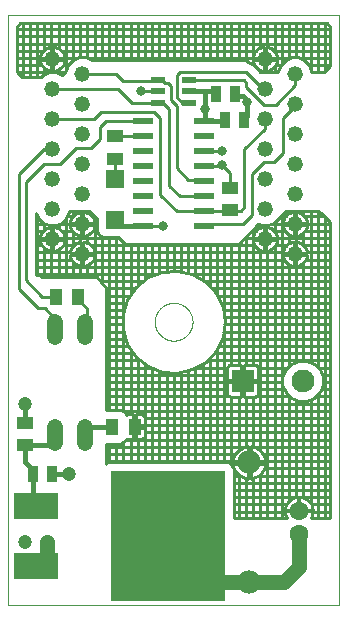
<source format=gtl>
G75*
%MOIN*%
%OFA0B0*%
%FSLAX25Y25*%
%IPPOS*%
%LPD*%
%AMOC8*
5,1,8,0,0,1.08239X$1,22.5*
%
%ADD10C,0.00000*%
%ADD11C,0.07800*%
%ADD12C,0.06299*%
%ADD13R,0.15000X0.09134*%
%ADD14R,0.37992X0.43307*%
%ADD15R,0.06700X0.02100*%
%ADD16C,0.05200*%
%ADD17C,0.05200*%
%ADD18R,0.05000X0.02200*%
%ADD19C,0.07600*%
%ADD20R,0.07600X0.07600*%
%ADD21R,0.03600X0.05700*%
%ADD22R,0.05500X0.04000*%
%ADD23R,0.04000X0.05500*%
%ADD24R,0.05906X0.05906*%
%ADD25C,0.05000*%
%ADD26C,0.01600*%
%ADD27C,0.01000*%
%ADD28C,0.03169*%
%ADD29C,0.04724*%
D10*
X0030852Y0001008D02*
X0030852Y0197858D01*
X0141088Y0197858D01*
X0141088Y0001008D01*
X0030852Y0001008D01*
X0079671Y0095496D02*
X0079673Y0095654D01*
X0079679Y0095812D01*
X0079689Y0095970D01*
X0079703Y0096128D01*
X0079721Y0096285D01*
X0079742Y0096442D01*
X0079768Y0096598D01*
X0079798Y0096754D01*
X0079831Y0096909D01*
X0079869Y0097062D01*
X0079910Y0097215D01*
X0079955Y0097367D01*
X0080004Y0097518D01*
X0080057Y0097667D01*
X0080113Y0097815D01*
X0080173Y0097961D01*
X0080237Y0098106D01*
X0080305Y0098249D01*
X0080376Y0098391D01*
X0080450Y0098531D01*
X0080528Y0098668D01*
X0080610Y0098804D01*
X0080694Y0098938D01*
X0080783Y0099069D01*
X0080874Y0099198D01*
X0080969Y0099325D01*
X0081066Y0099450D01*
X0081167Y0099572D01*
X0081271Y0099691D01*
X0081378Y0099808D01*
X0081488Y0099922D01*
X0081601Y0100033D01*
X0081716Y0100142D01*
X0081834Y0100247D01*
X0081955Y0100349D01*
X0082078Y0100449D01*
X0082204Y0100545D01*
X0082332Y0100638D01*
X0082462Y0100728D01*
X0082595Y0100814D01*
X0082730Y0100898D01*
X0082866Y0100977D01*
X0083005Y0101054D01*
X0083146Y0101126D01*
X0083288Y0101196D01*
X0083432Y0101261D01*
X0083578Y0101323D01*
X0083725Y0101381D01*
X0083874Y0101436D01*
X0084024Y0101487D01*
X0084175Y0101534D01*
X0084327Y0101577D01*
X0084480Y0101616D01*
X0084635Y0101652D01*
X0084790Y0101683D01*
X0084946Y0101711D01*
X0085102Y0101735D01*
X0085259Y0101755D01*
X0085417Y0101771D01*
X0085574Y0101783D01*
X0085733Y0101791D01*
X0085891Y0101795D01*
X0086049Y0101795D01*
X0086207Y0101791D01*
X0086366Y0101783D01*
X0086523Y0101771D01*
X0086681Y0101755D01*
X0086838Y0101735D01*
X0086994Y0101711D01*
X0087150Y0101683D01*
X0087305Y0101652D01*
X0087460Y0101616D01*
X0087613Y0101577D01*
X0087765Y0101534D01*
X0087916Y0101487D01*
X0088066Y0101436D01*
X0088215Y0101381D01*
X0088362Y0101323D01*
X0088508Y0101261D01*
X0088652Y0101196D01*
X0088794Y0101126D01*
X0088935Y0101054D01*
X0089074Y0100977D01*
X0089210Y0100898D01*
X0089345Y0100814D01*
X0089478Y0100728D01*
X0089608Y0100638D01*
X0089736Y0100545D01*
X0089862Y0100449D01*
X0089985Y0100349D01*
X0090106Y0100247D01*
X0090224Y0100142D01*
X0090339Y0100033D01*
X0090452Y0099922D01*
X0090562Y0099808D01*
X0090669Y0099691D01*
X0090773Y0099572D01*
X0090874Y0099450D01*
X0090971Y0099325D01*
X0091066Y0099198D01*
X0091157Y0099069D01*
X0091246Y0098938D01*
X0091330Y0098804D01*
X0091412Y0098668D01*
X0091490Y0098531D01*
X0091564Y0098391D01*
X0091635Y0098249D01*
X0091703Y0098106D01*
X0091767Y0097961D01*
X0091827Y0097815D01*
X0091883Y0097667D01*
X0091936Y0097518D01*
X0091985Y0097367D01*
X0092030Y0097215D01*
X0092071Y0097062D01*
X0092109Y0096909D01*
X0092142Y0096754D01*
X0092172Y0096598D01*
X0092198Y0096442D01*
X0092219Y0096285D01*
X0092237Y0096128D01*
X0092251Y0095970D01*
X0092261Y0095812D01*
X0092267Y0095654D01*
X0092269Y0095496D01*
X0092267Y0095338D01*
X0092261Y0095180D01*
X0092251Y0095022D01*
X0092237Y0094864D01*
X0092219Y0094707D01*
X0092198Y0094550D01*
X0092172Y0094394D01*
X0092142Y0094238D01*
X0092109Y0094083D01*
X0092071Y0093930D01*
X0092030Y0093777D01*
X0091985Y0093625D01*
X0091936Y0093474D01*
X0091883Y0093325D01*
X0091827Y0093177D01*
X0091767Y0093031D01*
X0091703Y0092886D01*
X0091635Y0092743D01*
X0091564Y0092601D01*
X0091490Y0092461D01*
X0091412Y0092324D01*
X0091330Y0092188D01*
X0091246Y0092054D01*
X0091157Y0091923D01*
X0091066Y0091794D01*
X0090971Y0091667D01*
X0090874Y0091542D01*
X0090773Y0091420D01*
X0090669Y0091301D01*
X0090562Y0091184D01*
X0090452Y0091070D01*
X0090339Y0090959D01*
X0090224Y0090850D01*
X0090106Y0090745D01*
X0089985Y0090643D01*
X0089862Y0090543D01*
X0089736Y0090447D01*
X0089608Y0090354D01*
X0089478Y0090264D01*
X0089345Y0090178D01*
X0089210Y0090094D01*
X0089074Y0090015D01*
X0088935Y0089938D01*
X0088794Y0089866D01*
X0088652Y0089796D01*
X0088508Y0089731D01*
X0088362Y0089669D01*
X0088215Y0089611D01*
X0088066Y0089556D01*
X0087916Y0089505D01*
X0087765Y0089458D01*
X0087613Y0089415D01*
X0087460Y0089376D01*
X0087305Y0089340D01*
X0087150Y0089309D01*
X0086994Y0089281D01*
X0086838Y0089257D01*
X0086681Y0089237D01*
X0086523Y0089221D01*
X0086366Y0089209D01*
X0086207Y0089201D01*
X0086049Y0089197D01*
X0085891Y0089197D01*
X0085733Y0089201D01*
X0085574Y0089209D01*
X0085417Y0089221D01*
X0085259Y0089237D01*
X0085102Y0089257D01*
X0084946Y0089281D01*
X0084790Y0089309D01*
X0084635Y0089340D01*
X0084480Y0089376D01*
X0084327Y0089415D01*
X0084175Y0089458D01*
X0084024Y0089505D01*
X0083874Y0089556D01*
X0083725Y0089611D01*
X0083578Y0089669D01*
X0083432Y0089731D01*
X0083288Y0089796D01*
X0083146Y0089866D01*
X0083005Y0089938D01*
X0082866Y0090015D01*
X0082730Y0090094D01*
X0082595Y0090178D01*
X0082462Y0090264D01*
X0082332Y0090354D01*
X0082204Y0090447D01*
X0082078Y0090543D01*
X0081955Y0090643D01*
X0081834Y0090745D01*
X0081716Y0090850D01*
X0081601Y0090959D01*
X0081488Y0091070D01*
X0081378Y0091184D01*
X0081271Y0091301D01*
X0081167Y0091420D01*
X0081066Y0091542D01*
X0080969Y0091667D01*
X0080874Y0091794D01*
X0080783Y0091923D01*
X0080694Y0092054D01*
X0080610Y0092188D01*
X0080528Y0092324D01*
X0080450Y0092461D01*
X0080376Y0092601D01*
X0080305Y0092743D01*
X0080237Y0092886D01*
X0080173Y0093031D01*
X0080113Y0093177D01*
X0080057Y0093325D01*
X0080004Y0093474D01*
X0079955Y0093625D01*
X0079910Y0093777D01*
X0079869Y0093930D01*
X0079831Y0094083D01*
X0079798Y0094238D01*
X0079768Y0094394D01*
X0079742Y0094550D01*
X0079721Y0094707D01*
X0079703Y0094864D01*
X0079689Y0095022D01*
X0079679Y0095180D01*
X0079673Y0095338D01*
X0079671Y0095496D01*
D11*
X0111127Y0048626D03*
X0111127Y0008626D03*
D12*
X0127683Y0024610D03*
X0127683Y0032484D03*
D13*
X0040124Y0034177D03*
X0040124Y0014177D03*
D14*
X0084100Y0024177D03*
D15*
X0075770Y0127563D03*
X0075770Y0132563D03*
X0075770Y0137563D03*
X0075770Y0142563D03*
X0075770Y0147563D03*
X0075770Y0152563D03*
X0075770Y0157563D03*
X0075770Y0162563D03*
X0096170Y0162563D03*
X0096170Y0157563D03*
X0096170Y0152563D03*
X0096170Y0147563D03*
X0096170Y0142563D03*
X0096170Y0137563D03*
X0096170Y0132563D03*
X0096170Y0127563D03*
D16*
X0116403Y0123114D03*
X0116403Y0133114D03*
X0116403Y0143114D03*
X0116403Y0153114D03*
X0116403Y0163114D03*
X0116403Y0173114D03*
X0116403Y0183114D03*
X0126403Y0178114D03*
X0126403Y0168114D03*
X0126403Y0158114D03*
X0126403Y0148114D03*
X0126403Y0138114D03*
X0126403Y0128114D03*
X0126403Y0118114D03*
X0055537Y0118114D03*
X0055537Y0128114D03*
X0055537Y0138114D03*
X0055537Y0148114D03*
X0055537Y0158114D03*
X0055537Y0168114D03*
X0055537Y0178114D03*
X0045537Y0173114D03*
X0045537Y0163114D03*
X0045537Y0153114D03*
X0045537Y0143114D03*
X0045537Y0133114D03*
X0045537Y0123114D03*
X0045537Y0183114D03*
D17*
X0046521Y0095519D02*
X0046521Y0090319D01*
X0056521Y0090319D02*
X0056521Y0095519D01*
X0056521Y0060319D02*
X0056521Y0055119D01*
X0046521Y0055119D02*
X0046521Y0060319D01*
D18*
X0080870Y0168568D03*
X0080870Y0172268D03*
X0080870Y0175968D03*
X0091070Y0175968D03*
X0091070Y0172268D03*
X0091070Y0168568D03*
D19*
X0128942Y0075811D03*
D20*
X0108942Y0075811D03*
D21*
X0045371Y0044807D03*
X0038971Y0044807D03*
X0102947Y0162917D03*
X0109347Y0162917D03*
X0106394Y0171283D03*
X0099994Y0171283D03*
D22*
X0104671Y0140043D03*
X0104671Y0132643D03*
X0066285Y0149867D03*
X0066285Y0157267D03*
X0036265Y0061794D03*
X0036265Y0054394D03*
D23*
X0065538Y0060555D03*
X0072938Y0060555D03*
X0054237Y0103862D03*
X0046837Y0103862D03*
D24*
X0066285Y0129453D03*
X0066285Y0143232D03*
D25*
X0127683Y0024610D02*
X0127801Y0024492D01*
X0127801Y0013803D01*
X0122624Y0008626D01*
X0111127Y0008626D01*
X0084257Y0008626D01*
X0083509Y0009374D01*
X0083509Y0023980D01*
X0084100Y0024177D01*
X0043647Y0022169D02*
X0043647Y0014295D01*
X0043529Y0014177D01*
X0040124Y0014177D01*
D26*
X0040124Y0034177D02*
X0038971Y0034680D01*
X0038971Y0044807D01*
X0038971Y0046039D01*
X0036265Y0048744D01*
X0036265Y0054394D01*
X0046345Y0054394D01*
X0046600Y0054650D01*
X0046600Y0060240D01*
X0046521Y0060319D01*
X0056521Y0060319D02*
X0065302Y0060319D01*
X0065538Y0060555D01*
X0051029Y0044807D02*
X0045371Y0044807D01*
X0036265Y0061794D02*
X0036265Y0067937D01*
X0068175Y0127563D02*
X0075770Y0127563D01*
X0096170Y0162563D02*
X0102593Y0162563D01*
X0109347Y0162917D02*
X0110576Y0164146D01*
X0110576Y0168823D01*
X0110576Y0169315D01*
X0109100Y0170791D01*
X0106887Y0170791D01*
X0106394Y0171283D01*
X0099010Y0172268D02*
X0096797Y0172268D01*
X0091070Y0172268D01*
X0096305Y0171776D02*
X0096305Y0166362D01*
X0096305Y0162698D01*
D27*
X0096170Y0162563D01*
X0090833Y0168331D02*
X0091070Y0168568D01*
X0090833Y0168331D02*
X0088923Y0168331D01*
X0086954Y0170299D01*
X0086954Y0177681D01*
X0087939Y0178665D01*
X0110084Y0178665D01*
X0115635Y0173114D01*
X0116403Y0173114D01*
X0115990Y0167839D02*
X0110084Y0173744D01*
X0110084Y0175220D01*
X0109337Y0175968D01*
X0091070Y0175968D01*
X0096305Y0171776D02*
X0096797Y0172268D01*
X0099010Y0172268D02*
X0099994Y0171283D01*
X0102947Y0162917D02*
X0102593Y0162563D01*
X0102210Y0152583D02*
X0096190Y0152583D01*
X0096170Y0152563D01*
X0096170Y0147563D02*
X0101620Y0147563D01*
X0102210Y0147661D01*
X0104671Y0145201D01*
X0104671Y0140043D01*
X0109592Y0133882D02*
X0109592Y0153026D01*
X0116433Y0159842D01*
X0116428Y0162991D01*
X0116403Y0163114D01*
X0115990Y0167839D02*
X0119927Y0167839D01*
X0126403Y0174315D01*
X0126403Y0178114D01*
X0124452Y0183259D02*
X0124452Y0194958D01*
X0126852Y0194958D02*
X0126852Y0183614D01*
X0127497Y0183614D02*
X0125309Y0183614D01*
X0123288Y0182777D01*
X0121740Y0181230D01*
X0120903Y0179208D01*
X0120903Y0178665D01*
X0114892Y0178665D01*
X0112967Y0180591D01*
X0112010Y0181548D01*
X0110760Y0182065D01*
X0110621Y0182065D01*
X0110084Y0182602D01*
X0058827Y0182602D01*
X0058652Y0182777D01*
X0056631Y0183614D01*
X0054443Y0183614D01*
X0052421Y0182777D01*
X0050874Y0181230D01*
X0050037Y0179208D01*
X0050037Y0179150D01*
X0048658Y0177771D01*
X0048652Y0177777D01*
X0046631Y0178614D01*
X0044443Y0178614D01*
X0042421Y0177777D01*
X0041834Y0177189D01*
X0035281Y0177189D01*
X0033752Y0178718D01*
X0033752Y0193868D01*
X0034842Y0194958D01*
X0137098Y0194958D01*
X0138188Y0193868D01*
X0138188Y0180687D01*
X0136167Y0178665D01*
X0131903Y0178665D01*
X0131903Y0179208D01*
X0131066Y0181230D01*
X0129519Y0182777D01*
X0127497Y0183614D01*
X0127995Y0183408D02*
X0138188Y0183408D01*
X0138188Y0181008D02*
X0131158Y0181008D01*
X0131652Y0179815D02*
X0131652Y0194958D01*
X0134052Y0194958D02*
X0134052Y0178665D01*
X0136452Y0178950D02*
X0136452Y0194958D01*
X0138188Y0193008D02*
X0033752Y0193008D01*
X0033752Y0190608D02*
X0138188Y0190608D01*
X0138188Y0188208D02*
X0033752Y0188208D01*
X0033752Y0185808D02*
X0042432Y0185808D01*
X0042410Y0185785D02*
X0042030Y0185263D01*
X0041737Y0184688D01*
X0041538Y0184074D01*
X0041437Y0183437D01*
X0041437Y0183414D01*
X0045237Y0183414D01*
X0045237Y0182814D01*
X0045837Y0182814D01*
X0045837Y0179014D01*
X0045860Y0179014D01*
X0046497Y0179115D01*
X0047111Y0179315D01*
X0047686Y0179608D01*
X0048208Y0179987D01*
X0048664Y0180443D01*
X0049044Y0180965D01*
X0049337Y0181540D01*
X0049536Y0182154D01*
X0049637Y0182791D01*
X0049637Y0182814D01*
X0045837Y0182814D01*
X0045837Y0183414D01*
X0049637Y0183414D01*
X0049637Y0183437D01*
X0049536Y0184074D01*
X0049337Y0184688D01*
X0049044Y0185263D01*
X0048664Y0185785D01*
X0048208Y0186241D01*
X0047686Y0186621D01*
X0047111Y0186914D01*
X0046497Y0187113D01*
X0045860Y0187214D01*
X0045837Y0187214D01*
X0045837Y0183414D01*
X0045237Y0183414D01*
X0045237Y0187214D01*
X0045214Y0187214D01*
X0044577Y0187113D01*
X0043963Y0186914D01*
X0043388Y0186621D01*
X0042866Y0186241D01*
X0042410Y0185785D01*
X0042852Y0186227D02*
X0042852Y0194958D01*
X0045252Y0194958D02*
X0045252Y0183414D01*
X0045237Y0183408D02*
X0033752Y0183408D01*
X0033752Y0181008D02*
X0042009Y0181008D01*
X0042030Y0180965D02*
X0042410Y0180443D01*
X0042866Y0179987D01*
X0043388Y0179608D01*
X0043963Y0179315D01*
X0044577Y0179115D01*
X0045214Y0179014D01*
X0045237Y0179014D01*
X0045237Y0182814D01*
X0041437Y0182814D01*
X0041437Y0182791D01*
X0041538Y0182154D01*
X0041737Y0181540D01*
X0042030Y0180965D01*
X0042852Y0180001D02*
X0042852Y0177955D01*
X0044428Y0178608D02*
X0033862Y0178608D01*
X0035652Y0177189D02*
X0035652Y0194958D01*
X0038052Y0194958D02*
X0038052Y0177189D01*
X0040452Y0177189D02*
X0040452Y0194958D01*
X0047652Y0194958D02*
X0047652Y0186638D01*
X0048642Y0185808D02*
X0113299Y0185808D01*
X0113276Y0185785D02*
X0112896Y0185263D01*
X0112603Y0184688D01*
X0112404Y0184074D01*
X0112303Y0183437D01*
X0112303Y0183414D01*
X0116103Y0183414D01*
X0116103Y0182814D01*
X0116703Y0182814D01*
X0116703Y0179014D01*
X0116726Y0179014D01*
X0117363Y0179115D01*
X0117977Y0179315D01*
X0118552Y0179608D01*
X0119074Y0179987D01*
X0119530Y0180443D01*
X0119910Y0180965D01*
X0120203Y0181540D01*
X0120402Y0182154D01*
X0120503Y0182791D01*
X0120503Y0182814D01*
X0116703Y0182814D01*
X0116703Y0183414D01*
X0120503Y0183414D01*
X0120503Y0183437D01*
X0120402Y0184074D01*
X0120203Y0184688D01*
X0119910Y0185263D01*
X0119530Y0185785D01*
X0119074Y0186241D01*
X0118552Y0186621D01*
X0117977Y0186914D01*
X0117363Y0187113D01*
X0116726Y0187214D01*
X0116703Y0187214D01*
X0116703Y0183414D01*
X0116103Y0183414D01*
X0116103Y0187214D01*
X0116080Y0187214D01*
X0115443Y0187113D01*
X0114829Y0186914D01*
X0114254Y0186621D01*
X0113732Y0186241D01*
X0113276Y0185785D01*
X0112452Y0184222D02*
X0112452Y0194958D01*
X0114852Y0194958D02*
X0114852Y0186921D01*
X0116103Y0185808D02*
X0116703Y0185808D01*
X0117252Y0187131D02*
X0117252Y0194958D01*
X0119652Y0194958D02*
X0119652Y0185618D01*
X0119508Y0185808D02*
X0138188Y0185808D01*
X0129252Y0182887D02*
X0129252Y0194958D01*
X0122052Y0194958D02*
X0122052Y0181541D01*
X0121649Y0181008D02*
X0119931Y0181008D01*
X0119652Y0180610D02*
X0119652Y0178665D01*
X0117252Y0178665D02*
X0117252Y0179098D01*
X0116103Y0179014D02*
X0116103Y0182814D01*
X0112303Y0182814D01*
X0112303Y0182791D01*
X0112404Y0182154D01*
X0112603Y0181540D01*
X0112896Y0180965D01*
X0113276Y0180443D01*
X0113732Y0179987D01*
X0114254Y0179608D01*
X0114829Y0179315D01*
X0115443Y0179115D01*
X0116080Y0179014D01*
X0116103Y0179014D01*
X0114852Y0179307D02*
X0114852Y0178706D01*
X0116103Y0181008D02*
X0116703Y0181008D01*
X0117252Y0182814D02*
X0117252Y0183414D01*
X0116703Y0183408D02*
X0124811Y0183408D01*
X0119652Y0183414D02*
X0119652Y0182814D01*
X0116103Y0183408D02*
X0057129Y0183408D01*
X0057252Y0183357D02*
X0057252Y0194958D01*
X0059652Y0194958D02*
X0059652Y0182602D01*
X0062052Y0182602D02*
X0062052Y0194958D01*
X0064452Y0194958D02*
X0064452Y0182602D01*
X0066852Y0182602D02*
X0066852Y0194958D01*
X0069252Y0194958D02*
X0069252Y0182602D01*
X0071652Y0182602D02*
X0071652Y0194958D01*
X0074052Y0194958D02*
X0074052Y0182602D01*
X0076452Y0182602D02*
X0076452Y0194958D01*
X0078852Y0194958D02*
X0078852Y0182602D01*
X0081252Y0182602D02*
X0081252Y0194958D01*
X0083652Y0194958D02*
X0083652Y0182602D01*
X0086052Y0182602D02*
X0086052Y0194958D01*
X0088452Y0194958D02*
X0088452Y0182602D01*
X0090852Y0182602D02*
X0090852Y0194958D01*
X0093252Y0194958D02*
X0093252Y0182602D01*
X0095652Y0182602D02*
X0095652Y0194958D01*
X0098052Y0194958D02*
X0098052Y0182602D01*
X0100452Y0182602D02*
X0100452Y0194958D01*
X0102852Y0194958D02*
X0102852Y0182602D01*
X0105252Y0182602D02*
X0105252Y0194958D01*
X0107652Y0194958D02*
X0107652Y0182602D01*
X0110052Y0182602D02*
X0110052Y0194958D01*
X0112452Y0183414D02*
X0112452Y0182814D01*
X0112452Y0182007D02*
X0112452Y0181106D01*
X0112550Y0181008D02*
X0112875Y0181008D01*
X0114852Y0182814D02*
X0114852Y0183414D01*
X0126403Y0168114D02*
X0126403Y0167425D01*
X0122387Y0163409D01*
X0122387Y0151598D01*
X0119435Y0148646D01*
X0115990Y0148646D01*
X0112053Y0144709D01*
X0112053Y0130929D01*
X0109100Y0127976D01*
X0096583Y0127976D01*
X0096170Y0127563D01*
X0096013Y0132406D02*
X0096170Y0132563D01*
X0104671Y0132563D01*
X0104671Y0132643D01*
X0104671Y0132563D02*
X0108273Y0132563D01*
X0109592Y0133882D01*
X0114021Y0127976D02*
X0114435Y0127976D01*
X0115309Y0127614D01*
X0117497Y0127614D01*
X0118372Y0127976D01*
X0118942Y0127976D01*
X0119346Y0128380D01*
X0119519Y0128452D01*
X0121066Y0129999D01*
X0121137Y0130171D01*
X0123372Y0132406D01*
X0134198Y0132406D01*
X0134690Y0131913D01*
X0135183Y0131913D01*
X0138188Y0128908D01*
X0138188Y0030043D01*
X0131656Y0030043D01*
X0131659Y0030047D01*
X0131992Y0030699D01*
X0132218Y0031395D01*
X0132332Y0032118D01*
X0132332Y0032295D01*
X0127872Y0032295D01*
X0127872Y0032673D01*
X0132332Y0032673D01*
X0132332Y0032850D01*
X0132218Y0033573D01*
X0131992Y0034269D01*
X0131659Y0034921D01*
X0131229Y0035513D01*
X0130712Y0036031D01*
X0130120Y0036461D01*
X0129467Y0036793D01*
X0128771Y0037019D01*
X0128049Y0037134D01*
X0127872Y0037134D01*
X0127872Y0032673D01*
X0127494Y0032673D01*
X0127494Y0037134D01*
X0127317Y0037134D01*
X0126594Y0037019D01*
X0125898Y0036793D01*
X0125246Y0036461D01*
X0124654Y0036031D01*
X0124136Y0035513D01*
X0123706Y0034921D01*
X0123374Y0034269D01*
X0123148Y0033573D01*
X0123033Y0032850D01*
X0123033Y0032673D01*
X0127494Y0032673D01*
X0127494Y0032295D01*
X0123033Y0032295D01*
X0123033Y0032118D01*
X0123148Y0031395D01*
X0123374Y0030699D01*
X0123706Y0030047D01*
X0123709Y0030043D01*
X0105996Y0030043D01*
X0105996Y0046408D01*
X0105554Y0047473D01*
X0104739Y0048289D01*
X0103673Y0048731D01*
X0064527Y0048731D01*
X0063461Y0048289D01*
X0063332Y0048160D01*
X0063332Y0054905D01*
X0068115Y0054905D01*
X0069180Y0055347D01*
X0069996Y0056162D01*
X0070148Y0056529D01*
X0070359Y0056407D01*
X0070740Y0056305D01*
X0072438Y0056305D01*
X0072438Y0060055D01*
X0073438Y0060055D01*
X0073438Y0061055D01*
X0076438Y0061055D01*
X0076438Y0063503D01*
X0076335Y0063884D01*
X0076138Y0064226D01*
X0075859Y0064505D01*
X0075517Y0064703D01*
X0075135Y0064805D01*
X0073438Y0064805D01*
X0073438Y0061055D01*
X0072438Y0061055D01*
X0072438Y0064805D01*
X0070740Y0064805D01*
X0070359Y0064703D01*
X0070148Y0064581D01*
X0069996Y0064948D01*
X0069180Y0065764D01*
X0068115Y0066205D01*
X0063332Y0066205D01*
X0063332Y0106815D01*
X0060379Y0110260D01*
X0042171Y0110260D01*
X0041187Y0111244D01*
X0040202Y0111244D01*
X0040157Y0111289D01*
X0040157Y0131729D01*
X0040874Y0129999D01*
X0042421Y0128452D01*
X0044443Y0127614D01*
X0046631Y0127614D01*
X0048652Y0128452D01*
X0050200Y0129999D01*
X0051037Y0132020D01*
X0051037Y0132406D01*
X0057919Y0132406D01*
X0060432Y0130102D01*
X0060432Y0125923D01*
X0060874Y0124857D01*
X0061689Y0124041D01*
X0062755Y0123600D01*
X0067525Y0123600D01*
X0069730Y0121579D01*
X0107624Y0121579D01*
X0114021Y0127976D01*
X0114852Y0127804D02*
X0114852Y0126921D01*
X0114829Y0126914D02*
X0114254Y0126621D01*
X0113732Y0126241D01*
X0113276Y0125785D01*
X0112896Y0125263D01*
X0112603Y0124688D01*
X0112404Y0124074D01*
X0112303Y0123437D01*
X0112303Y0123414D01*
X0116103Y0123414D01*
X0116103Y0122814D01*
X0116703Y0122814D01*
X0116703Y0119014D01*
X0116726Y0119014D01*
X0117363Y0119115D01*
X0117977Y0119315D01*
X0118552Y0119608D01*
X0119074Y0119987D01*
X0119530Y0120443D01*
X0119910Y0120965D01*
X0120203Y0121540D01*
X0120402Y0122154D01*
X0120503Y0122791D01*
X0120503Y0122814D01*
X0116703Y0122814D01*
X0116703Y0123414D01*
X0120503Y0123414D01*
X0120503Y0123437D01*
X0120402Y0124074D01*
X0120203Y0124688D01*
X0119910Y0125263D01*
X0119530Y0125785D01*
X0119074Y0126241D01*
X0118552Y0126621D01*
X0117977Y0126914D01*
X0117363Y0127113D01*
X0116726Y0127214D01*
X0116703Y0127214D01*
X0116703Y0123414D01*
X0116103Y0123414D01*
X0116103Y0127214D01*
X0116080Y0127214D01*
X0115443Y0127113D01*
X0114829Y0126914D01*
X0116103Y0125808D02*
X0116703Y0125808D01*
X0117252Y0127131D02*
X0117252Y0127614D01*
X0119174Y0128208D02*
X0126103Y0128208D01*
X0126103Y0128414D02*
X0126103Y0127814D01*
X0126703Y0127814D01*
X0126703Y0124014D01*
X0126726Y0124014D01*
X0127363Y0124115D01*
X0127977Y0124315D01*
X0128552Y0124608D01*
X0129074Y0124987D01*
X0129530Y0125443D01*
X0129910Y0125965D01*
X0130203Y0126540D01*
X0130402Y0127154D01*
X0130503Y0127791D01*
X0130503Y0127814D01*
X0126703Y0127814D01*
X0126703Y0128414D01*
X0130503Y0128414D01*
X0130503Y0128437D01*
X0130402Y0129074D01*
X0130203Y0129688D01*
X0129910Y0130263D01*
X0129530Y0130785D01*
X0129074Y0131241D01*
X0128552Y0131621D01*
X0127977Y0131914D01*
X0127363Y0132113D01*
X0126726Y0132214D01*
X0126703Y0132214D01*
X0126703Y0128414D01*
X0126103Y0128414D01*
X0122303Y0128414D01*
X0122303Y0128437D01*
X0122404Y0129074D01*
X0122603Y0129688D01*
X0122896Y0130263D01*
X0123276Y0130785D01*
X0123732Y0131241D01*
X0124254Y0131621D01*
X0124829Y0131914D01*
X0125443Y0132113D01*
X0126080Y0132214D01*
X0126103Y0132214D01*
X0126103Y0128414D01*
X0126103Y0127814D02*
X0122303Y0127814D01*
X0122303Y0127791D01*
X0122404Y0127154D01*
X0122603Y0126540D01*
X0122896Y0125965D01*
X0123276Y0125443D01*
X0123732Y0124987D01*
X0124254Y0124608D01*
X0124829Y0124315D01*
X0125443Y0124115D01*
X0126080Y0124014D01*
X0126103Y0124014D01*
X0126103Y0127814D01*
X0126703Y0128208D02*
X0138188Y0128208D01*
X0138188Y0125808D02*
X0129795Y0125808D01*
X0129252Y0125165D02*
X0129252Y0121064D01*
X0129308Y0121008D02*
X0138188Y0121008D01*
X0138188Y0123408D02*
X0116703Y0123408D01*
X0117252Y0123414D02*
X0117252Y0122814D01*
X0116103Y0122814D02*
X0116103Y0119014D01*
X0116080Y0119014D01*
X0115443Y0119115D01*
X0114829Y0119315D01*
X0114254Y0119608D01*
X0113732Y0119987D01*
X0113276Y0120443D01*
X0112896Y0120965D01*
X0112603Y0121540D01*
X0112404Y0122154D01*
X0112303Y0122791D01*
X0112303Y0122814D01*
X0116103Y0122814D01*
X0116103Y0123408D02*
X0109453Y0123408D01*
X0110052Y0124007D02*
X0110052Y0081111D01*
X0109328Y0081111D02*
X0109328Y0076197D01*
X0108557Y0076197D01*
X0108557Y0081111D01*
X0104945Y0081111D01*
X0104563Y0081009D01*
X0104221Y0080811D01*
X0103942Y0080532D01*
X0103745Y0080190D01*
X0103642Y0079809D01*
X0103642Y0076197D01*
X0108557Y0076197D01*
X0108557Y0075425D01*
X0109328Y0075425D01*
X0109328Y0070511D01*
X0112940Y0070511D01*
X0113321Y0070613D01*
X0113663Y0070811D01*
X0113943Y0071090D01*
X0114140Y0071432D01*
X0114242Y0071814D01*
X0114242Y0075425D01*
X0109328Y0075425D01*
X0109328Y0076197D01*
X0114242Y0076197D01*
X0114242Y0079809D01*
X0114140Y0080190D01*
X0113943Y0080532D01*
X0113663Y0080811D01*
X0113321Y0081009D01*
X0112940Y0081111D01*
X0109328Y0081111D01*
X0109328Y0080208D02*
X0108557Y0080208D01*
X0107652Y0081111D02*
X0107652Y0121607D01*
X0105252Y0121579D02*
X0105252Y0081111D01*
X0103755Y0080208D02*
X0093255Y0080208D01*
X0093252Y0080206D02*
X0093252Y0048731D01*
X0095652Y0048731D02*
X0095652Y0081592D01*
X0096615Y0082148D02*
X0096615Y0082148D01*
X0100077Y0085878D01*
X0102285Y0090464D01*
X0103043Y0095496D01*
X0102285Y0100528D01*
X0102285Y0100528D01*
X0100077Y0105114D01*
X0096615Y0108844D01*
X0092208Y0111389D01*
X0092208Y0111389D01*
X0087246Y0112522D01*
X0087246Y0112522D01*
X0082171Y0112141D01*
X0077433Y0110282D01*
X0073454Y0107109D01*
X0073454Y0107109D01*
X0073454Y0107109D01*
X0070588Y0102904D01*
X0069087Y0098041D01*
X0069087Y0092951D01*
X0070588Y0088088D01*
X0073454Y0083883D01*
X0073454Y0083883D01*
X0073454Y0083883D01*
X0077433Y0080710D01*
X0077433Y0080710D01*
X0082171Y0078851D01*
X0087246Y0078471D01*
X0092208Y0079603D01*
X0096615Y0082148D01*
X0096615Y0082148D01*
X0097042Y0082608D02*
X0138188Y0082608D01*
X0138188Y0085008D02*
X0099269Y0085008D01*
X0100077Y0085878D02*
X0100077Y0085878D01*
X0100452Y0086658D02*
X0100452Y0048731D01*
X0102852Y0048731D02*
X0102852Y0094227D01*
X0102909Y0094608D02*
X0138188Y0094608D01*
X0138188Y0097008D02*
X0102815Y0097008D01*
X0102852Y0096765D02*
X0102852Y0121579D01*
X0100452Y0121579D02*
X0100452Y0104334D01*
X0100513Y0104208D02*
X0138188Y0104208D01*
X0138188Y0106608D02*
X0098690Y0106608D01*
X0098052Y0107296D02*
X0098052Y0121579D01*
X0095652Y0121579D02*
X0095652Y0109400D01*
X0096332Y0109008D02*
X0138188Y0109008D01*
X0138188Y0111408D02*
X0092125Y0111408D01*
X0093252Y0110786D02*
X0093252Y0121579D01*
X0090852Y0121579D02*
X0090852Y0111698D01*
X0088452Y0112246D02*
X0088452Y0121579D01*
X0086052Y0121579D02*
X0086052Y0112432D01*
X0083652Y0112252D02*
X0083652Y0121579D01*
X0081252Y0121579D02*
X0081252Y0111781D01*
X0082171Y0112141D02*
X0082171Y0112141D01*
X0080302Y0111408D02*
X0040157Y0111408D01*
X0040452Y0111244D02*
X0040452Y0131018D01*
X0040622Y0130608D02*
X0040157Y0130608D01*
X0040157Y0128208D02*
X0043010Y0128208D01*
X0042852Y0128273D02*
X0042852Y0126227D01*
X0042866Y0126241D02*
X0042410Y0125785D01*
X0042030Y0125263D01*
X0041737Y0124688D01*
X0041538Y0124074D01*
X0041437Y0123437D01*
X0041437Y0123414D01*
X0045237Y0123414D01*
X0045237Y0122814D01*
X0045837Y0122814D01*
X0045837Y0119014D01*
X0045860Y0119014D01*
X0046497Y0119115D01*
X0047111Y0119315D01*
X0047686Y0119608D01*
X0048208Y0119987D01*
X0048664Y0120443D01*
X0049044Y0120965D01*
X0049337Y0121540D01*
X0049536Y0122154D01*
X0049637Y0122791D01*
X0049637Y0122814D01*
X0045837Y0122814D01*
X0045837Y0123414D01*
X0049637Y0123414D01*
X0049637Y0123437D01*
X0049536Y0124074D01*
X0049337Y0124688D01*
X0049044Y0125263D01*
X0048664Y0125785D01*
X0048208Y0126241D01*
X0047686Y0126621D01*
X0047111Y0126914D01*
X0046497Y0127113D01*
X0045860Y0127214D01*
X0045837Y0127214D01*
X0045837Y0123414D01*
X0045237Y0123414D01*
X0045237Y0127214D01*
X0045214Y0127214D01*
X0044577Y0127113D01*
X0043963Y0126914D01*
X0043388Y0126621D01*
X0042866Y0126241D01*
X0042432Y0125808D02*
X0040157Y0125808D01*
X0040157Y0123408D02*
X0045237Y0123408D01*
X0045252Y0123414D02*
X0045252Y0127614D01*
X0045237Y0125808D02*
X0045837Y0125808D01*
X0047652Y0126638D02*
X0047652Y0128037D01*
X0048064Y0128208D02*
X0055237Y0128208D01*
X0055237Y0128414D02*
X0055237Y0127814D01*
X0055837Y0127814D01*
X0055837Y0124014D01*
X0055860Y0124014D01*
X0056497Y0124115D01*
X0057111Y0124315D01*
X0057686Y0124608D01*
X0058208Y0124987D01*
X0058664Y0125443D01*
X0059044Y0125965D01*
X0059337Y0126540D01*
X0059536Y0127154D01*
X0059637Y0127791D01*
X0059637Y0127814D01*
X0055837Y0127814D01*
X0055837Y0128414D01*
X0059637Y0128414D01*
X0059637Y0128437D01*
X0059536Y0129074D01*
X0059337Y0129688D01*
X0059044Y0130263D01*
X0058664Y0130785D01*
X0058208Y0131241D01*
X0057686Y0131621D01*
X0057111Y0131914D01*
X0056497Y0132113D01*
X0055860Y0132214D01*
X0055837Y0132214D01*
X0055837Y0128414D01*
X0055237Y0128414D01*
X0051437Y0128414D01*
X0051437Y0128437D01*
X0051538Y0129074D01*
X0051737Y0129688D01*
X0052030Y0130263D01*
X0052410Y0130785D01*
X0052866Y0131241D01*
X0053388Y0131621D01*
X0053963Y0131914D01*
X0054577Y0132113D01*
X0055214Y0132214D01*
X0055237Y0132214D01*
X0055237Y0128414D01*
X0054852Y0128414D02*
X0054852Y0127814D01*
X0055237Y0127814D02*
X0051437Y0127814D01*
X0051437Y0127791D01*
X0051538Y0127154D01*
X0051737Y0126540D01*
X0052030Y0125965D01*
X0052410Y0125443D01*
X0052866Y0124987D01*
X0053388Y0124608D01*
X0053963Y0124315D01*
X0054577Y0124115D01*
X0055214Y0124014D01*
X0055237Y0124014D01*
X0055237Y0127814D01*
X0055837Y0128208D02*
X0060432Y0128208D01*
X0060480Y0125808D02*
X0058929Y0125808D01*
X0057252Y0124386D02*
X0057252Y0121842D01*
X0057111Y0121914D02*
X0056497Y0122113D01*
X0055860Y0122214D01*
X0055837Y0122214D01*
X0055837Y0118414D01*
X0059637Y0118414D01*
X0059637Y0118437D01*
X0059536Y0119074D01*
X0059337Y0119688D01*
X0059044Y0120263D01*
X0058664Y0120785D01*
X0058208Y0121241D01*
X0057686Y0121621D01*
X0057111Y0121914D01*
X0055837Y0121008D02*
X0055237Y0121008D01*
X0055237Y0122214D02*
X0055214Y0122214D01*
X0054577Y0122113D01*
X0053963Y0121914D01*
X0053388Y0121621D01*
X0052866Y0121241D01*
X0052410Y0120785D01*
X0052030Y0120263D01*
X0051737Y0119688D01*
X0051538Y0119074D01*
X0051437Y0118437D01*
X0051437Y0118414D01*
X0055237Y0118414D01*
X0055237Y0117814D01*
X0055837Y0117814D01*
X0055837Y0114014D01*
X0055860Y0114014D01*
X0056497Y0114115D01*
X0057111Y0114315D01*
X0057686Y0114608D01*
X0058208Y0114987D01*
X0058664Y0115443D01*
X0059044Y0115965D01*
X0059337Y0116540D01*
X0059536Y0117154D01*
X0059637Y0117791D01*
X0059637Y0117814D01*
X0055837Y0117814D01*
X0055837Y0118414D01*
X0055237Y0118414D01*
X0055237Y0122214D01*
X0054852Y0122157D02*
X0054852Y0124072D01*
X0055237Y0125808D02*
X0055837Y0125808D01*
X0057252Y0127814D02*
X0057252Y0128414D01*
X0055837Y0130608D02*
X0055237Y0130608D01*
X0054852Y0132157D02*
X0054852Y0132406D01*
X0052452Y0132406D02*
X0052452Y0130827D01*
X0052281Y0130608D02*
X0050452Y0130608D01*
X0050052Y0129851D02*
X0050052Y0110260D01*
X0052452Y0110260D02*
X0052452Y0115401D01*
X0052410Y0115443D02*
X0052866Y0114987D01*
X0053388Y0114608D01*
X0053963Y0114315D01*
X0054577Y0114115D01*
X0055214Y0114014D01*
X0055237Y0114014D01*
X0055237Y0117814D01*
X0051437Y0117814D01*
X0051437Y0117791D01*
X0051538Y0117154D01*
X0051737Y0116540D01*
X0052030Y0115965D01*
X0052410Y0115443D01*
X0051907Y0116208D02*
X0040157Y0116208D01*
X0040157Y0113808D02*
X0138188Y0113808D01*
X0138188Y0116208D02*
X0130033Y0116208D01*
X0129910Y0115965D02*
X0130203Y0116540D01*
X0130402Y0117154D01*
X0130503Y0117791D01*
X0130503Y0117814D01*
X0126703Y0117814D01*
X0126703Y0114014D01*
X0126726Y0114014D01*
X0127363Y0114115D01*
X0127977Y0114315D01*
X0128552Y0114608D01*
X0129074Y0114987D01*
X0129530Y0115443D01*
X0129910Y0115965D01*
X0129252Y0115165D02*
X0129252Y0082511D01*
X0130275Y0082511D02*
X0127610Y0082511D01*
X0125147Y0081491D01*
X0123262Y0079606D01*
X0122242Y0077144D01*
X0122242Y0074478D01*
X0123262Y0072016D01*
X0125147Y0070131D01*
X0127610Y0069111D01*
X0130275Y0069111D01*
X0132738Y0070131D01*
X0134622Y0072016D01*
X0135642Y0074478D01*
X0135642Y0077144D01*
X0134622Y0079606D01*
X0132738Y0081491D01*
X0130275Y0082511D01*
X0131652Y0081941D02*
X0131652Y0132406D01*
X0134052Y0132406D02*
X0134052Y0080177D01*
X0134021Y0080208D02*
X0138188Y0080208D01*
X0138188Y0077808D02*
X0135367Y0077808D01*
X0135642Y0075408D02*
X0138188Y0075408D01*
X0138188Y0073008D02*
X0135033Y0073008D01*
X0134052Y0071445D02*
X0134052Y0030043D01*
X0132332Y0032208D02*
X0138188Y0032208D01*
X0138188Y0034608D02*
X0131819Y0034608D01*
X0131652Y0034931D02*
X0131652Y0069681D01*
X0133215Y0070608D02*
X0138188Y0070608D01*
X0138188Y0068208D02*
X0063332Y0068208D01*
X0064452Y0066205D02*
X0064452Y0123600D01*
X0066852Y0123600D02*
X0066852Y0066205D01*
X0069074Y0065808D02*
X0138188Y0065808D01*
X0138188Y0063408D02*
X0076438Y0063408D01*
X0074052Y0064805D02*
X0074052Y0083407D01*
X0075054Y0082608D02*
X0063332Y0082608D01*
X0063332Y0085008D02*
X0072688Y0085008D01*
X0071652Y0086527D02*
X0071652Y0064805D01*
X0072438Y0063408D02*
X0073438Y0063408D01*
X0073438Y0061008D02*
X0138188Y0061008D01*
X0138188Y0058608D02*
X0076438Y0058608D01*
X0076438Y0057608D02*
X0076438Y0060055D01*
X0073438Y0060055D01*
X0073438Y0056305D01*
X0075135Y0056305D01*
X0075517Y0056407D01*
X0075859Y0056605D01*
X0076138Y0056884D01*
X0076335Y0057226D01*
X0076438Y0057608D01*
X0074052Y0056305D02*
X0074052Y0048731D01*
X0076452Y0048731D02*
X0076452Y0081493D01*
X0078713Y0080208D02*
X0063332Y0080208D01*
X0063332Y0077808D02*
X0103642Y0077808D01*
X0105252Y0076197D02*
X0105252Y0075425D01*
X0103642Y0075425D02*
X0103642Y0071814D01*
X0103745Y0071432D01*
X0103942Y0071090D01*
X0104221Y0070811D01*
X0104563Y0070613D01*
X0104945Y0070511D01*
X0108557Y0070511D01*
X0108557Y0075425D01*
X0103642Y0075425D01*
X0103642Y0075408D02*
X0063332Y0075408D01*
X0063332Y0073008D02*
X0103642Y0073008D01*
X0104584Y0070608D02*
X0063332Y0070608D01*
X0069252Y0065692D02*
X0069252Y0092418D01*
X0069317Y0092208D02*
X0063332Y0092208D01*
X0063332Y0094608D02*
X0069087Y0094608D01*
X0069087Y0097008D02*
X0063332Y0097008D01*
X0063332Y0099408D02*
X0069509Y0099408D01*
X0069252Y0098574D02*
X0069252Y0122017D01*
X0067734Y0123408D02*
X0045837Y0123408D01*
X0045252Y0122814D02*
X0045252Y0110260D01*
X0042852Y0110260D02*
X0042852Y0120001D01*
X0042866Y0119987D02*
X0043388Y0119608D01*
X0043963Y0119315D01*
X0044577Y0119115D01*
X0045214Y0119014D01*
X0045237Y0119014D01*
X0045237Y0122814D01*
X0041437Y0122814D01*
X0041437Y0122791D01*
X0041538Y0122154D01*
X0041737Y0121540D01*
X0042030Y0120965D01*
X0042410Y0120443D01*
X0042866Y0119987D01*
X0042009Y0121008D02*
X0040157Y0121008D01*
X0040157Y0118608D02*
X0051464Y0118608D01*
X0052452Y0118414D02*
X0052452Y0117814D01*
X0054852Y0117814D02*
X0054852Y0118414D01*
X0055237Y0118608D02*
X0055837Y0118608D01*
X0057252Y0118414D02*
X0057252Y0117814D01*
X0055837Y0116208D02*
X0055237Y0116208D01*
X0054852Y0114072D02*
X0054852Y0110260D01*
X0057252Y0110260D02*
X0057252Y0114386D01*
X0059167Y0116208D02*
X0122773Y0116208D01*
X0122896Y0115965D02*
X0123276Y0115443D01*
X0123732Y0114987D01*
X0124254Y0114608D01*
X0124829Y0114315D01*
X0125443Y0114115D01*
X0126080Y0114014D01*
X0126103Y0114014D01*
X0126103Y0117814D01*
X0126703Y0117814D01*
X0126703Y0118414D01*
X0130503Y0118414D01*
X0130503Y0118437D01*
X0130402Y0119074D01*
X0130203Y0119688D01*
X0129910Y0120263D01*
X0129530Y0120785D01*
X0129074Y0121241D01*
X0128552Y0121621D01*
X0127977Y0121914D01*
X0127363Y0122113D01*
X0126726Y0122214D01*
X0126703Y0122214D01*
X0126703Y0118414D01*
X0126103Y0118414D01*
X0126103Y0117814D01*
X0122303Y0117814D01*
X0122303Y0117791D01*
X0122404Y0117154D01*
X0122603Y0116540D01*
X0122896Y0115965D01*
X0124452Y0114507D02*
X0124452Y0080796D01*
X0123864Y0080208D02*
X0114130Y0080208D01*
X0112452Y0081111D02*
X0112452Y0122007D01*
X0112452Y0122814D02*
X0112452Y0123414D01*
X0112452Y0124222D02*
X0112452Y0126407D01*
X0111853Y0125808D02*
X0113299Y0125808D01*
X0114852Y0123414D02*
X0114852Y0122814D01*
X0116103Y0121008D02*
X0116703Y0121008D01*
X0117252Y0119098D02*
X0117252Y0030043D01*
X0114852Y0030043D02*
X0114852Y0044714D01*
X0114645Y0044507D02*
X0115246Y0045108D01*
X0115746Y0045796D01*
X0116132Y0046553D01*
X0116395Y0047361D01*
X0116518Y0048142D01*
X0111612Y0048142D01*
X0111612Y0049110D01*
X0116518Y0049110D01*
X0116395Y0049890D01*
X0116132Y0050699D01*
X0115746Y0051456D01*
X0115246Y0052144D01*
X0114645Y0052745D01*
X0113958Y0053244D01*
X0113200Y0053630D01*
X0112392Y0053893D01*
X0111612Y0054017D01*
X0111612Y0049110D01*
X0110643Y0049110D01*
X0110643Y0048142D01*
X0105737Y0048142D01*
X0105860Y0047361D01*
X0106123Y0046553D01*
X0106509Y0045796D01*
X0107009Y0045108D01*
X0107610Y0044507D01*
X0108297Y0044007D01*
X0109055Y0043622D01*
X0109863Y0043359D01*
X0110643Y0043235D01*
X0110643Y0048142D01*
X0111612Y0048142D01*
X0111612Y0043235D01*
X0112392Y0043359D01*
X0113200Y0043622D01*
X0113958Y0044007D01*
X0114645Y0044507D01*
X0114234Y0044208D02*
X0138188Y0044208D01*
X0138188Y0046608D02*
X0116150Y0046608D01*
X0114852Y0048142D02*
X0114852Y0049110D01*
X0112452Y0049110D02*
X0112452Y0048142D01*
X0111612Y0049008D02*
X0138188Y0049008D01*
X0138188Y0051408D02*
X0115771Y0051408D01*
X0114852Y0052538D02*
X0114852Y0119307D01*
X0112875Y0121008D02*
X0058442Y0121008D01*
X0059610Y0118608D02*
X0122330Y0118608D01*
X0122303Y0118437D02*
X0122303Y0118414D01*
X0126103Y0118414D01*
X0126103Y0122214D01*
X0126080Y0122214D01*
X0125443Y0122113D01*
X0124829Y0121914D01*
X0124254Y0121621D01*
X0123732Y0121241D01*
X0123276Y0120785D01*
X0122896Y0120263D01*
X0122603Y0119688D01*
X0122404Y0119074D01*
X0122303Y0118437D01*
X0124452Y0118414D02*
X0124452Y0117814D01*
X0126103Y0118608D02*
X0126703Y0118608D01*
X0126852Y0118414D02*
X0126852Y0117814D01*
X0126703Y0116208D02*
X0126103Y0116208D01*
X0126852Y0114034D02*
X0126852Y0082197D01*
X0122518Y0077808D02*
X0114242Y0077808D01*
X0112452Y0076197D02*
X0112452Y0075425D01*
X0114242Y0075408D02*
X0122242Y0075408D01*
X0122852Y0073008D02*
X0114242Y0073008D01*
X0113301Y0070608D02*
X0124670Y0070608D01*
X0124452Y0070826D02*
X0124452Y0035829D01*
X0123546Y0034608D02*
X0105996Y0034608D01*
X0105996Y0032208D02*
X0123033Y0032208D01*
X0124452Y0032295D02*
X0124452Y0032673D01*
X0126852Y0032673D02*
X0126852Y0032295D01*
X0127494Y0034608D02*
X0127872Y0034608D01*
X0129252Y0032673D02*
X0129252Y0032295D01*
X0131652Y0032295D02*
X0131652Y0032673D01*
X0129252Y0036863D02*
X0129252Y0069111D01*
X0126852Y0069425D02*
X0126852Y0037060D01*
X0126559Y0037008D02*
X0105996Y0037008D01*
X0105996Y0039408D02*
X0138188Y0039408D01*
X0138188Y0041808D02*
X0105996Y0041808D01*
X0105996Y0044208D02*
X0108021Y0044208D01*
X0107652Y0044476D02*
X0107652Y0030043D01*
X0110052Y0030043D02*
X0110052Y0043329D01*
X0110643Y0044208D02*
X0111612Y0044208D01*
X0112452Y0043378D02*
X0112452Y0030043D01*
X0119652Y0030043D02*
X0119652Y0120610D01*
X0119931Y0121008D02*
X0123499Y0121008D01*
X0124452Y0121722D02*
X0124452Y0124507D01*
X0123011Y0125808D02*
X0119508Y0125808D01*
X0119652Y0125618D02*
X0119652Y0128585D01*
X0121574Y0130608D02*
X0123147Y0130608D01*
X0122052Y0131086D02*
X0122052Y0030043D01*
X0127494Y0037008D02*
X0127872Y0037008D01*
X0128807Y0037008D02*
X0138188Y0037008D01*
X0136452Y0030043D02*
X0136452Y0130644D01*
X0136488Y0130608D02*
X0129659Y0130608D01*
X0129252Y0131064D02*
X0129252Y0132406D01*
X0126852Y0132406D02*
X0126852Y0132194D01*
X0126703Y0130608D02*
X0126103Y0130608D01*
X0124452Y0131722D02*
X0124452Y0132406D01*
X0124452Y0128414D02*
X0124452Y0127814D01*
X0126852Y0127814D02*
X0126852Y0128414D01*
X0126703Y0125808D02*
X0126103Y0125808D01*
X0126852Y0124034D02*
X0126852Y0122194D01*
X0126703Y0121008D02*
X0126103Y0121008D01*
X0129252Y0118414D02*
X0129252Y0117814D01*
X0130476Y0118608D02*
X0138188Y0118608D01*
X0129252Y0127814D02*
X0129252Y0128414D01*
X0119652Y0123414D02*
X0119652Y0122814D01*
X0100077Y0105114D02*
X0100077Y0105114D01*
X0101669Y0101808D02*
X0138188Y0101808D01*
X0138188Y0099408D02*
X0102454Y0099408D01*
X0102548Y0092208D02*
X0138188Y0092208D01*
X0138188Y0089808D02*
X0101969Y0089808D01*
X0102285Y0090464D02*
X0102285Y0090464D01*
X0100813Y0087408D02*
X0138188Y0087408D01*
X0112452Y0070511D02*
X0112452Y0053874D01*
X0112654Y0053808D02*
X0138188Y0053808D01*
X0138188Y0056208D02*
X0070015Y0056208D01*
X0069252Y0055418D02*
X0069252Y0048731D01*
X0071652Y0048731D02*
X0071652Y0056305D01*
X0072438Y0058608D02*
X0073438Y0058608D01*
X0074052Y0060055D02*
X0074052Y0061055D01*
X0066852Y0054905D02*
X0066852Y0048731D01*
X0064452Y0048700D02*
X0064452Y0054905D01*
X0063332Y0053808D02*
X0109601Y0053808D01*
X0109863Y0053893D02*
X0109055Y0053630D01*
X0108297Y0053244D01*
X0107610Y0052745D01*
X0107009Y0052144D01*
X0106509Y0051456D01*
X0106123Y0050699D01*
X0105860Y0049890D01*
X0105737Y0049110D01*
X0110643Y0049110D01*
X0110643Y0054017D01*
X0109863Y0053893D01*
X0110052Y0053923D02*
X0110052Y0070511D01*
X0109328Y0070608D02*
X0108557Y0070608D01*
X0107652Y0070511D02*
X0107652Y0052776D01*
X0106484Y0051408D02*
X0063332Y0051408D01*
X0063332Y0049008D02*
X0110643Y0049008D01*
X0110052Y0049110D02*
X0110052Y0048142D01*
X0110643Y0046608D02*
X0111612Y0046608D01*
X0107652Y0048142D02*
X0107652Y0049110D01*
X0105252Y0047776D02*
X0105252Y0070511D01*
X0108557Y0073008D02*
X0109328Y0073008D01*
X0109328Y0075408D02*
X0108557Y0075408D01*
X0107652Y0075425D02*
X0107652Y0076197D01*
X0108557Y0077808D02*
X0109328Y0077808D01*
X0110052Y0076197D02*
X0110052Y0075425D01*
X0098052Y0083696D02*
X0098052Y0048731D01*
X0090852Y0048731D02*
X0090852Y0079294D01*
X0092208Y0079603D02*
X0092208Y0079603D01*
X0088452Y0078746D02*
X0088452Y0048731D01*
X0086052Y0048731D02*
X0086052Y0078560D01*
X0087246Y0078471D02*
X0087246Y0078471D01*
X0083652Y0078740D02*
X0083652Y0048731D01*
X0081252Y0048731D02*
X0081252Y0079212D01*
X0082171Y0078851D02*
X0082171Y0078851D01*
X0078852Y0080153D02*
X0078852Y0048731D01*
X0105913Y0046608D02*
X0106105Y0046608D01*
X0110643Y0051408D02*
X0111612Y0051408D01*
X0111612Y0053808D02*
X0110643Y0053808D01*
X0071051Y0087408D02*
X0063332Y0087408D01*
X0063332Y0089808D02*
X0070057Y0089808D01*
X0070588Y0088088D02*
X0070588Y0088088D01*
X0070250Y0101808D02*
X0063332Y0101808D01*
X0063332Y0104208D02*
X0071477Y0104208D01*
X0071652Y0104465D02*
X0071652Y0121579D01*
X0074052Y0121579D02*
X0074052Y0107585D01*
X0073113Y0106608D02*
X0063332Y0106608D01*
X0062052Y0108309D02*
X0062052Y0123891D01*
X0066285Y0129453D02*
X0068175Y0127563D01*
X0075770Y0127563D02*
X0082446Y0127563D01*
X0082525Y0127484D01*
X0086954Y0132406D02*
X0096013Y0132406D01*
X0095934Y0137327D02*
X0096170Y0137563D01*
X0095934Y0137327D02*
X0087939Y0137327D01*
X0084494Y0140772D01*
X0084494Y0166362D01*
X0082288Y0168568D01*
X0080870Y0168568D01*
X0080633Y0168331D01*
X0072190Y0168331D01*
X0067407Y0173114D01*
X0045537Y0173114D01*
X0047652Y0178191D02*
X0047652Y0179590D01*
X0046646Y0178608D02*
X0049495Y0178608D01*
X0050052Y0179244D02*
X0050052Y0194958D01*
X0052452Y0194958D02*
X0052452Y0182789D01*
X0053945Y0183408D02*
X0045837Y0183408D01*
X0045252Y0182814D02*
X0045252Y0178614D01*
X0045237Y0181008D02*
X0045837Y0181008D01*
X0047652Y0182814D02*
X0047652Y0183414D01*
X0049065Y0181008D02*
X0050782Y0181008D01*
X0054852Y0183614D02*
X0054852Y0194958D01*
X0045837Y0185808D02*
X0045237Y0185808D01*
X0042852Y0183414D02*
X0042852Y0182814D01*
X0055537Y0178114D02*
X0066836Y0178114D01*
X0069238Y0175713D01*
X0080615Y0175713D01*
X0082525Y0175713D01*
X0083017Y0175220D01*
X0084002Y0175220D01*
X0084986Y0174236D01*
X0084986Y0169315D01*
X0086954Y0167346D01*
X0086954Y0146677D01*
X0090891Y0142740D01*
X0095993Y0142740D01*
X0096170Y0142563D01*
X0086954Y0132406D02*
X0081541Y0137819D01*
X0081541Y0163409D01*
X0079572Y0165378D01*
X0061856Y0165378D01*
X0059592Y0163114D01*
X0045537Y0163114D01*
X0045537Y0153114D02*
X0042702Y0153114D01*
X0034297Y0144709D01*
X0034297Y0106323D01*
X0040694Y0099925D01*
X0043155Y0099925D01*
X0046521Y0096559D01*
X0046521Y0090319D01*
X0056521Y0090319D02*
X0056935Y0090732D01*
X0056935Y0099925D01*
X0054237Y0102623D01*
X0054237Y0103862D01*
X0046837Y0103862D02*
X0042171Y0103862D01*
X0036757Y0109276D01*
X0036757Y0142248D01*
X0042663Y0148154D01*
X0048076Y0148154D01*
X0053490Y0153567D01*
X0058411Y0153567D01*
X0061364Y0156520D01*
X0061364Y0160457D01*
X0063470Y0162563D01*
X0075770Y0162563D01*
X0075770Y0157563D02*
X0066285Y0157563D01*
X0066285Y0157267D01*
X0066285Y0149867D02*
X0066285Y0143232D01*
X0059652Y0130817D02*
X0059652Y0110260D01*
X0061453Y0109008D02*
X0075836Y0109008D01*
X0076452Y0109499D02*
X0076452Y0121579D01*
X0078852Y0121579D02*
X0078852Y0110839D01*
X0077433Y0110282D02*
X0077433Y0110282D01*
X0070588Y0102904D02*
X0070588Y0102904D01*
X0052632Y0121008D02*
X0049065Y0121008D01*
X0047652Y0119590D02*
X0047652Y0110260D01*
X0045837Y0121008D02*
X0045237Y0121008D01*
X0042852Y0122814D02*
X0042852Y0123414D01*
X0047652Y0123414D02*
X0047652Y0122814D01*
X0048642Y0125808D02*
X0052145Y0125808D01*
X0052452Y0125401D02*
X0052452Y0120827D01*
X0052452Y0127814D02*
X0052452Y0128414D01*
X0057252Y0131842D02*
X0057252Y0132406D01*
X0058793Y0130608D02*
X0059880Y0130608D01*
X0096615Y0108844D02*
X0096615Y0108844D01*
X0080870Y0172268D02*
X0075143Y0172268D01*
X0080615Y0175713D02*
X0080870Y0175968D01*
D28*
X0075143Y0172268D03*
X0096305Y0166362D03*
X0102210Y0152583D03*
X0102210Y0147661D03*
X0110576Y0168823D03*
X0082525Y0127484D03*
D29*
X0036265Y0067937D03*
X0051029Y0044807D03*
X0043647Y0022169D03*
X0036265Y0022169D03*
M02*

</source>
